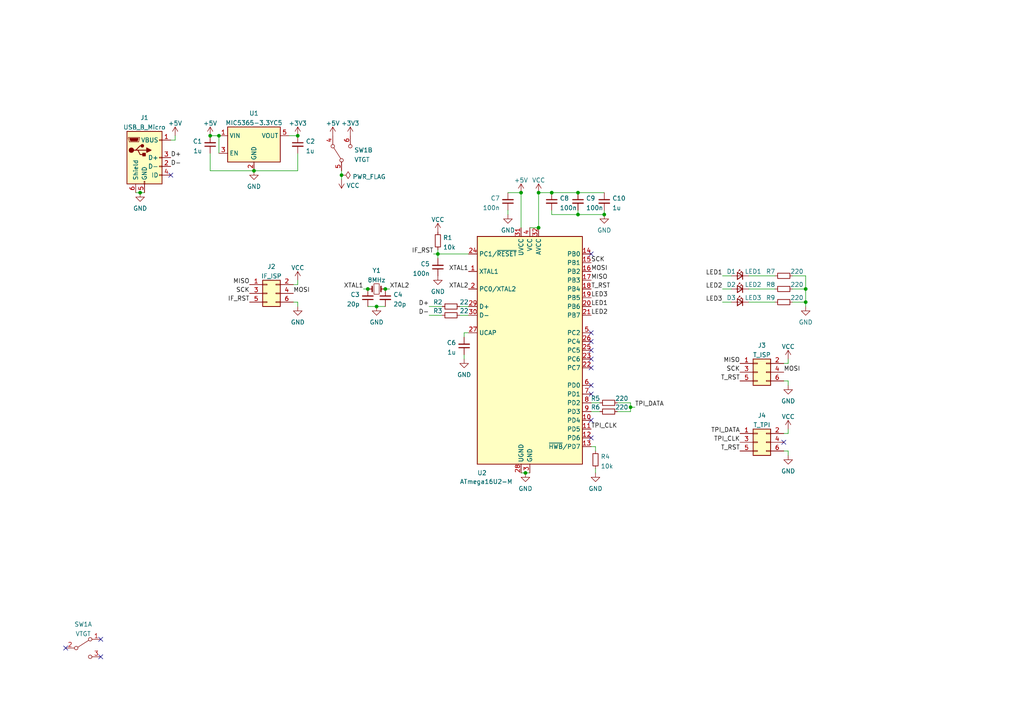
<source format=kicad_sch>
(kicad_sch (version 20211123) (generator eeschema)
  (paper "A4")
  (lib_symbols
    (symbol "Connector:USB_B_Micro" (pin_names (offset 1.016))
      (property "Reference" "J" (at -5.08 11.43 0))
      (property "Value" "USB_B_Micro" (at -5.08 8.89 0))
      (symbol "USB_B_Micro_0_1"
        (rectangle (start -5.08 -7.62) (end 5.08 7.62) (stroke (width 0.254)) (fill (type background)))
        (circle (center -3.81 2.159) (radius 0.635) (stroke (width 0.254)) (fill (type outline)))
        (circle (center -0.635 3.429) (radius 0.381) (stroke (width 0.254)) (fill (type outline)))
        (rectangle (start -0.127 -7.62) (end 0.127 -6.858))
        (polyline (pts (xy -1.905 2.159) (xy 0.635 2.159)) (stroke (width 0.254)))
        (polyline (pts (xy -3.175 2.159) (xy -2.54 2.159) (xy -1.27 3.429) (xy -0.635 3.429)) (stroke (width 0.254)))
        (polyline (pts (xy -2.54 2.159) (xy -1.905 2.159) (xy -1.27 0.889) (xy 0 0.889)) (stroke (width 0.254)))
        (polyline (pts (xy 0.635 2.794) (xy 0.635 1.524) (xy 1.905 2.159) (xy 0.635 2.794)) (stroke (width 0.254)) (fill (type outline)))
        (polyline (pts (xy -4.318 5.588) (xy -1.778 5.588) (xy -2.032 4.826) (xy -4.064 4.826) (xy -4.318 5.588)) (fill (type outline)))
        (polyline (pts (xy -4.699 5.842) (xy -4.699 5.588) (xy -4.445 4.826) (xy -4.445 4.572) (xy -1.651 4.572) (xy -1.651 4.826) (xy -1.397 5.588) (xy -1.397 5.842) (xy -4.699 5.842)))
        (rectangle (start 0.254 1.27) (end -0.508 0.508) (stroke (width 0.254)) (fill (type outline)))
        (rectangle (start 5.08 -5.207) (end 4.318 -4.953))
        (rectangle (start 5.08 -2.667) (end 4.318 -2.413))
        (rectangle (start 5.08 -0.127) (end 4.318 0.127))
        (rectangle (start 5.08 4.953) (end 4.318 5.207))
      )
      (symbol "USB_B_Micro_1_1"
        (pin power_out line (at 7.62 5.08 180) (length 2.54) (name "VBUS") (number "1"))
        (pin bidirectional line (at 7.62 -2.54 180) (length 2.54) (name "D-") (number "2"))
        (pin bidirectional line (at 7.62 0 180) (length 2.54) (name "D+") (number "3"))
        (pin passive line (at 7.62 -5.08 180) (length 2.54) (name "ID") (number "4"))
        (pin power_out line (at 0 -10.16 90) (length 2.54) (name "GND") (number "5"))
        (pin passive line (at -2.54 -10.16 90) (length 2.54) (name "Shield") (number "6"))
      )
    )
    (symbol "Connector_Generic:Conn_02x03_Odd_Even" (pin_names (offset 1.016) hide)
      (property "Reference" "J" (at 1.27 5.08 0))
      (property "Value" "Conn_02x03_Odd_Even" (at 1.27 -5.08 0))
      (symbol "Conn_02x03_Odd_Even_1_1"
        (rectangle (start -1.27 -2.413) (end 0 -2.667) (stroke (width 0.1524)))
        (rectangle (start -1.27 0.127) (end 0 -0.127) (stroke (width 0.1524)))
        (rectangle (start -1.27 2.667) (end 0 2.413) (stroke (width 0.1524)))
        (rectangle (start -1.27 3.81) (end 3.81 -3.81) (stroke (width 0.254)) (fill (type background)))
        (rectangle (start 3.81 -2.413) (end 2.54 -2.667) (stroke (width 0.1524)))
        (rectangle (start 3.81 0.127) (end 2.54 -0.127) (stroke (width 0.1524)))
        (rectangle (start 3.81 2.667) (end 2.54 2.413) (stroke (width 0.1524)))
        (pin passive line (at -5.08 2.54 0) (length 3.81) (name "Pin_1") (number "1"))
        (pin passive line (at 7.62 2.54 180) (length 3.81) (name "Pin_2") (number "2"))
        (pin passive line (at -5.08 0 0) (length 3.81) (name "Pin_3") (number "3"))
        (pin passive line (at 7.62 0 180) (length 3.81) (name "Pin_4") (number "4"))
        (pin passive line (at -5.08 -2.54 0) (length 3.81) (name "Pin_5") (number "5"))
        (pin passive line (at 7.62 -2.54 180) (length 3.81) (name "Pin_6") (number "6"))
      )
    )
    (symbol "Device:C_Small" (pin_numbers hide) (pin_names (offset 0.254) hide)
      (property "Reference" "C" (at 0.254 1.778 0))
      (property "Value" "C_Small" (at 0.254 -2.032 0))
      (symbol "C_Small_0_1"
        (polyline (pts (xy -1.524 -0.508) (xy 1.524 -0.508)) (stroke (width 0.3302)))
        (polyline (pts (xy -1.524 0.508) (xy 1.524 0.508)) (stroke (width 0.3048)))
      )
      (symbol "C_Small_1_1"
        (pin passive line (at 0 2.54 270) (length 2.032) (name "~") (number "1"))
        (pin passive line (at 0 -2.54 90) (length 2.032) (name "~") (number "2"))
      )
    )
    (symbol "Device:Crystal_Small" (pin_numbers hide) (pin_names (offset 1.016) hide)
      (property "Reference" "Y" (at 0 2.54 0))
      (property "Value" "Crystal_Small" (at 0 -2.54 0))
      (symbol "Crystal_Small_0_1"
        (rectangle (start -0.762 -1.524) (end 0.762 1.524))
        (polyline (pts (xy -1.27 -0.762) (xy -1.27 0.762)) (stroke (width 0.381)))
        (polyline (pts (xy 1.27 -0.762) (xy 1.27 0.762)) (stroke (width 0.381)))
      )
      (symbol "Crystal_Small_1_1"
        (pin passive line (at -2.54 0 0) (length 1.27) (name "1") (number "1"))
        (pin passive line (at 2.54 0 180) (length 1.27) (name "2") (number "2"))
      )
    )
    (symbol "Device:LED_Small" (pin_numbers hide) (pin_names (offset 0.254) hide)
      (property "Reference" "D" (at -1.27 3.175 0))
      (property "Value" "LED_Small" (at -4.445 -2.54 0))
      (symbol "LED_Small_0_1"
        (polyline (pts (xy -0.762 -1.016) (xy -0.762 1.016)) (stroke (width 0.254)))
        (polyline (pts (xy 1.016 0) (xy -0.762 0)))
        (polyline (pts (xy 0.762 -1.016) (xy -0.762 0) (xy 0.762 1.016) (xy 0.762 -1.016)) (stroke (width 0.254)))
        (polyline (pts (xy 0 0.762) (xy -0.508 1.27) (xy -0.254 1.27) (xy -0.508 1.27) (xy -0.508 1.016)))
        (polyline (pts (xy 0.508 1.27) (xy 0 1.778) (xy 0.254 1.778) (xy 0 1.778) (xy 0 1.524)))
      )
      (symbol "LED_Small_1_1"
        (pin passive line (at -2.54 0 0) (length 1.778) (name "K") (number "1"))
        (pin passive line (at 2.54 0 180) (length 1.778) (name "A") (number "2"))
      )
    )
    (symbol "Device:R_Small" (pin_numbers hide) (pin_names (offset 0.254) hide)
      (property "Reference" "R" (at 0.762 0.508 0))
      (property "Value" "R_Small" (at 0.762 -1.016 0))
      (symbol "R_Small_0_1"
        (rectangle (start -0.762 1.778) (end 0.762 -1.778) (stroke (width 0.2032)))
      )
      (symbol "R_Small_1_1"
        (pin passive line (at 0 2.54 270) (length 0.762) (name "~") (number "1"))
        (pin passive line (at 0 -2.54 90) (length 0.762) (name "~") (number "2"))
      )
    )
    (symbol "MCU_Microchip_ATmega:ATmega16U2-M"
      (property "Reference" "U" (at -15.24 34.29 0))
      (property "Value" "ATmega16U2-M" (at 2.54 -34.29 0))
      (symbol "ATmega16U2-M_0_1"
        (rectangle (start -15.24 -33.02) (end 15.24 33.02) (stroke (width 0.254)) (fill (type background)))
      )
      (symbol "ATmega16U2-M_1_1"
        (pin input line (at -17.78 22.86 0) (length 2.54) (name "XTAL1") (number "1"))
        (pin bidirectional line (at 17.78 -20.32 180) (length 2.54) (name "PD4") (number "10"))
        (pin bidirectional line (at 17.78 -22.86 180) (length 2.54) (name "PD5") (number "11"))
        (pin bidirectional line (at 17.78 -25.4 180) (length 2.54) (name "PD6") (number "12"))
        (pin bidirectional line (at 17.78 -27.94 180) (length 2.54) (name "~{HWB}/PD7") (number "13"))
        (pin bidirectional line (at 17.78 27.94 180) (length 2.54) (name "PB0") (number "14"))
        (pin bidirectional line (at 17.78 25.4 180) (length 2.54) (name "PB1") (number "15"))
        (pin bidirectional line (at 17.78 22.86 180) (length 2.54) (name "PB2") (number "16"))
        (pin bidirectional line (at 17.78 20.32 180) (length 2.54) (name "PB3") (number "17"))
        (pin bidirectional line (at 17.78 17.78 180) (length 2.54) (name "PB4") (number "18"))
        (pin bidirectional line (at 17.78 15.24 180) (length 2.54) (name "PB5") (number "19"))
        (pin bidirectional line (at -17.78 17.78 0) (length 2.54) (name "PC0/XTAL2") (number "2"))
        (pin bidirectional line (at 17.78 12.7 180) (length 2.54) (name "PB6") (number "20"))
        (pin bidirectional line (at 17.78 10.16 180) (length 2.54) (name "PB7") (number "21"))
        (pin bidirectional line (at 17.78 -5.08 180) (length 2.54) (name "PC7") (number "22"))
        (pin bidirectional line (at 17.78 -2.54 180) (length 2.54) (name "PC6") (number "23"))
        (pin bidirectional line (at -17.78 27.94 0) (length 2.54) (name "PC1/~{RESET}") (number "24"))
        (pin bidirectional line (at 17.78 0 180) (length 2.54) (name "PC5") (number "25"))
        (pin bidirectional line (at 17.78 2.54 180) (length 2.54) (name "PC4") (number "26"))
        (pin passive line (at -17.78 5.08 0) (length 2.54) (name "UCAP") (number "27"))
        (pin power_in line (at -2.54 -35.56 90) (length 2.54) (name "UGND") (number "28"))
        (pin bidirectional line (at -17.78 12.7 0) (length 2.54) (name "D+") (number "29"))
        (pin power_in line (at 0 -35.56 90) (length 2.54) (name "GND") (number "3"))
        (pin bidirectional line (at -17.78 10.16 0) (length 2.54) (name "D-") (number "30"))
        (pin power_in line (at -2.54 35.56 270) (length 2.54) (name "UVCC") (number "31"))
        (pin power_in line (at 2.54 35.56 270) (length 2.54) (name "AVCC") (number "32"))
        (pin passive line (at 0 -35.56 90) (length 2.54) hide (name "GND") (number "33"))
        (pin power_in line (at 0 35.56 270) (length 2.54) (name "VCC") (number "4"))
        (pin bidirectional line (at 17.78 5.08 180) (length 2.54) (name "PC2") (number "5"))
        (pin bidirectional line (at 17.78 -10.16 180) (length 2.54) (name "PD0") (number "6"))
        (pin bidirectional line (at 17.78 -12.7 180) (length 2.54) (name "PD1") (number "7"))
        (pin bidirectional line (at 17.78 -15.24 180) (length 2.54) (name "PD2") (number "8"))
        (pin bidirectional line (at 17.78 -17.78 180) (length 2.54) (name "PD3") (number "9"))
      )
    )
    (symbol "Regulator_Linear:MIC5365-3.3YC5"
      (property "Reference" "U" (at -6.35 6.35 0))
      (property "Value" "MIC5365-3.3YC5" (at 0 6.35 0))
      (symbol "MIC5365-3.3YC5_0_1"
        (rectangle (start -7.62 -5.08) (end 7.62 5.08) (stroke (width 0.254)) (fill (type background)))
      )
      (symbol "MIC5365-3.3YC5_1_1"
        (pin power_in line (at -10.16 2.54 0) (length 2.54) (name "VIN") (number "1"))
        (pin power_in line (at 0 -7.62 90) (length 2.54) (name "GND") (number "2"))
        (pin input line (at -10.16 -2.54 0) (length 2.54) (name "EN") (number "3"))
        (pin no_connect line (at 7.62 -2.54 180) (length 2.54) hide (name "NC") (number "4"))
        (pin power_out line (at 10.16 2.54 180) (length 2.54) (name "VOUT") (number "5"))
      )
    )
    (symbol "Switch:SW_DPDT_x2" (pin_names (offset 0) hide)
      (property "Reference" "SW" (at 0 4.318 0))
      (property "Value" "SW_DPDT_x2" (at 0 -5.08 0))
      (symbol "SW_DPDT_x2_0_0"
        (circle (center -2.032 0) (radius 0.508))
        (circle (center 2.032 -2.54) (radius 0.508))
      )
      (symbol "SW_DPDT_x2_0_1"
        (polyline (pts (xy -1.524 0.254) (xy 1.651 2.286)))
        (circle (center 2.032 2.54) (radius 0.508))
      )
      (symbol "SW_DPDT_x2_1_1"
        (pin passive line (at 5.08 2.54 180) (length 2.54) (name "A") (number "1"))
        (pin passive line (at -5.08 0 0) (length 2.54) (name "B") (number "2"))
        (pin passive line (at 5.08 -2.54 180) (length 2.54) (name "C") (number "3"))
      )
      (symbol "SW_DPDT_x2_2_1"
        (pin passive line (at 5.08 2.54 180) (length 2.54) (name "A") (number "4"))
        (pin passive line (at -5.08 0 0) (length 2.54) (name "B") (number "5"))
        (pin passive line (at 5.08 -2.54 180) (length 2.54) (name "C") (number "6"))
      )
    )
    (symbol "power:+3V3" (power) (pin_names (offset 0))
      (property "Value" "+3V3" (at 0 3.556 0))
      (symbol "+3V3_0_1"
        (polyline (pts (xy -0.762 1.27) (xy 0 2.54)))
        (polyline (pts (xy 0 0) (xy 0 2.54)))
        (polyline (pts (xy 0 2.54) (xy 0.762 1.27)))
      )
      (symbol "+3V3_1_1"
        (pin power_in line (at 0 0 90) (length 0) hide (name "+3V3") (number "1"))
      )
    )
    (symbol "power:+5V" (power) (pin_names (offset 0))
      (property "Value" "+5V" (at 0 3.556 0))
      (symbol "+5V_0_1"
        (polyline (pts (xy -0.762 1.27) (xy 0 2.54)))
        (polyline (pts (xy 0 0) (xy 0 2.54)))
        (polyline (pts (xy 0 2.54) (xy 0.762 1.27)))
      )
      (symbol "+5V_1_1"
        (pin power_in line (at 0 0 90) (length 0) hide (name "+5V") (number "1"))
      )
    )
    (symbol "power:GND" (power) (pin_names (offset 0))
      (property "Value" "GND" (at 0 -3.81 0))
      (symbol "GND_0_1"
        (polyline (pts (xy 0 0) (xy 0 -1.27) (xy 1.27 -1.27) (xy 0 -2.54) (xy -1.27 -1.27) (xy 0 -1.27)))
      )
      (symbol "GND_1_1"
        (pin power_in line (at 0 0 270) (length 0) hide (name "GND") (number "1"))
      )
    )
    (symbol "power:PWR_FLAG" (power) (pin_numbers hide) (pin_names (offset 0) hide)
      (property "Value" "PWR_FLAG" (at 0 3.81 0))
      (symbol "PWR_FLAG_0_0"
        (pin power_out line (at 0 0 90) (length 0) (name "pwr") (number "1"))
      )
      (symbol "PWR_FLAG_0_1"
        (polyline (pts (xy 0 0) (xy 0 1.27) (xy -1.016 1.905) (xy 0 2.54) (xy 1.016 1.905) (xy 0 1.27)))
      )
    )
    (symbol "power:VCC" (power) (pin_names (offset 0))
      (property "Value" "VCC" (at 0 3.81 0))
      (symbol "VCC_0_1"
        (polyline (pts (xy -0.762 1.27) (xy 0 2.54)))
        (polyline (pts (xy 0 0) (xy 0 2.54)))
        (polyline (pts (xy 0 2.54) (xy 0.762 1.27)))
      )
      (symbol "VCC_1_1"
        (pin power_in line (at 0 0 90) (length 0) hide (name "VCC") (number "1"))
      )
    )
  )
  (junction (at 106.68 83.82))
  (junction (at 233.68 87.63))
  (junction (at 60.96 39.37))
  (junction (at 175.26 62.23))
  (junction (at 40.64 55.88))
  (junction (at 111.76 83.82))
  (junction (at 156.21 66.04))
  (junction (at 160.02 55.88))
  (junction (at 156.21 55.88))
  (junction (at 99.06 50.8))
  (junction (at 73.66 49.53))
  (junction (at 109.22 88.9))
  (junction (at 86.36 39.37))
  (junction (at 63.5 39.37))
  (junction (at 167.64 55.88))
  (junction (at 233.68 83.82))
  (junction (at 151.13 55.88))
  (junction (at 167.64 62.23))
  (junction (at 127 73.66))
  (junction (at 152.4 137.16))
  (junction (at 182.88 118.11))
  (no_connect (at 49.53 50.8))
  (no_connect (at 19.05 187.96))
  (no_connect (at 29.21 190.5))
  (no_connect (at 29.21 185.42))
  (no_connect (at 227.33 128.27))
  (no_connect (at 171.45 73.66))
  (no_connect (at 171.45 121.92))
  (no_connect (at 171.45 127))
  (no_connect (at 171.45 111.76))
  (no_connect (at 171.45 114.3))
  (no_connect (at 171.45 96.52))
  (no_connect (at 171.45 99.06))
  (no_connect (at 171.45 101.6))
  (no_connect (at 171.45 104.14))
  (no_connect (at 171.45 106.68))
  (wire (pts (xy 133.35 88.9) (xy 135.89 88.9)))
  (wire (pts (xy 209.55 87.63) (xy 212.09 87.63)))
  (wire (pts (xy 182.88 118.11) (xy 184.15 118.11)))
  (wire (pts (xy 60.96 49.53) (xy 73.66 49.53)))
  (wire (pts (xy 73.66 49.53) (xy 86.36 49.53)))
  (wire (pts (xy 182.88 116.84) (xy 182.88 118.11)))
  (wire (pts (xy 217.17 83.82) (xy 224.79 83.82)))
  (wire (pts (xy 106.68 88.9) (xy 109.22 88.9)))
  (wire (pts (xy 85.09 82.55) (xy 86.36 82.55)))
  (wire (pts (xy 151.13 137.16) (xy 152.4 137.16)))
  (wire (pts (xy 167.64 62.23) (xy 175.26 62.23)))
  (wire (pts (xy 135.89 73.66) (xy 127 73.66)))
  (wire (pts (xy 160.02 62.23) (xy 167.64 62.23)))
  (wire (pts (xy 171.45 116.84) (xy 173.99 116.84)))
  (wire (pts (xy 153.67 66.04) (xy 156.21 66.04)))
  (wire (pts (xy 63.5 39.37) (xy 63.5 44.45)))
  (wire (pts (xy 127 73.66) (xy 127 74.93)))
  (wire (pts (xy 124.46 91.44) (xy 128.27 91.44)))
  (wire (pts (xy 227.33 130.81) (xy 228.6 130.81)))
  (wire (pts (xy 233.68 83.82) (xy 233.68 87.63)))
  (wire (pts (xy 111.76 83.82) (xy 113.03 83.82)))
  (wire (pts (xy 86.36 87.63) (xy 86.36 88.9)))
  (wire (pts (xy 83.82 39.37) (xy 86.36 39.37)))
  (wire (pts (xy 172.72 135.89) (xy 172.72 137.16)))
  (wire (pts (xy 133.35 91.44) (xy 135.89 91.44)))
  (wire (pts (xy 109.22 88.9) (xy 111.76 88.9)))
  (wire (pts (xy 124.46 88.9) (xy 128.27 88.9)))
  (wire (pts (xy 134.62 96.52) (xy 135.89 96.52)))
  (wire (pts (xy 228.6 110.49) (xy 228.6 111.76)))
  (wire (pts (xy 229.87 87.63) (xy 233.68 87.63)))
  (wire (pts (xy 182.88 119.38) (xy 182.88 118.11)))
  (wire (pts (xy 167.64 55.88) (xy 175.26 55.88)))
  (wire (pts (xy 228.6 125.73) (xy 228.6 124.46)))
  (wire (pts (xy 156.21 55.88) (xy 156.21 66.04)))
  (wire (pts (xy 228.6 105.41) (xy 228.6 104.14)))
  (wire (pts (xy 105.41 83.82) (xy 106.68 83.82)))
  (wire (pts (xy 167.64 60.96) (xy 167.64 62.23)))
  (wire (pts (xy 179.07 116.84) (xy 182.88 116.84)))
  (wire (pts (xy 172.72 129.54) (xy 172.72 130.81)))
  (wire (pts (xy 228.6 130.81) (xy 228.6 132.08)))
  (wire (pts (xy 127 73.66) (xy 127 72.39)))
  (wire (pts (xy 217.17 87.63) (xy 224.79 87.63)))
  (wire (pts (xy 175.26 60.96) (xy 175.26 62.23)))
  (wire (pts (xy 49.53 40.64) (xy 50.8 40.64)))
  (wire (pts (xy 229.87 80.01) (xy 233.68 80.01)))
  (wire (pts (xy 227.33 105.41) (xy 228.6 105.41)))
  (wire (pts (xy 209.55 83.82) (xy 212.09 83.82)))
  (wire (pts (xy 99.06 50.8) (xy 99.06 49.53)))
  (wire (pts (xy 85.09 87.63) (xy 86.36 87.63)))
  (wire (pts (xy 125.73 73.66) (xy 127 73.66)))
  (wire (pts (xy 86.36 49.53) (xy 86.36 44.45)))
  (wire (pts (xy 134.62 102.87) (xy 134.62 104.14)))
  (wire (pts (xy 160.02 55.88) (xy 167.64 55.88)))
  (wire (pts (xy 134.62 97.79) (xy 134.62 96.52)))
  (wire (pts (xy 147.32 55.88) (xy 151.13 55.88)))
  (wire (pts (xy 86.36 82.55) (xy 86.36 81.28)))
  (wire (pts (xy 179.07 119.38) (xy 182.88 119.38)))
  (wire (pts (xy 227.33 110.49) (xy 228.6 110.49)))
  (wire (pts (xy 209.55 80.01) (xy 212.09 80.01)))
  (wire (pts (xy 152.4 137.16) (xy 153.67 137.16)))
  (wire (pts (xy 233.68 87.63) (xy 233.68 88.9)))
  (wire (pts (xy 171.45 129.54) (xy 172.72 129.54)))
  (wire (pts (xy 39.37 55.88) (xy 40.64 55.88)))
  (wire (pts (xy 217.17 80.01) (xy 224.79 80.01)))
  (wire (pts (xy 60.96 44.45) (xy 60.96 49.53)))
  (wire (pts (xy 156.21 55.88) (xy 160.02 55.88)))
  (wire (pts (xy 147.32 62.23) (xy 147.32 60.96)))
  (wire (pts (xy 233.68 80.01) (xy 233.68 83.82)))
  (wire (pts (xy 99.06 52.07) (xy 99.06 50.8)))
  (wire (pts (xy 229.87 83.82) (xy 233.68 83.82)))
  (wire (pts (xy 50.8 40.64) (xy 50.8 39.37)))
  (wire (pts (xy 60.96 39.37) (xy 63.5 39.37)))
  (wire (pts (xy 171.45 119.38) (xy 173.99 119.38)))
  (wire (pts (xy 151.13 55.88) (xy 151.13 66.04)))
  (wire (pts (xy 160.02 60.96) (xy 160.02 62.23)))
  (wire (pts (xy 227.33 125.73) (xy 228.6 125.73)))
  (wire (pts (xy 40.64 55.88) (xy 41.91 55.88)))
  (label "IF_RST" (at 125.73 73.66 180))
  (label "TPI_DATA" (at 214.63 125.73 180))
  (label "LED2" (at 171.45 91.44 0))
  (label "MOSI" (at 171.45 78.74 0))
  (label "D+" (at 49.53 45.72 0))
  (label "LED3" (at 171.45 86.36 0))
  (label "SCK" (at 171.45 76.2 0))
  (label "MISO" (at 72.39 82.55 180))
  (label "IF_RST" (at 72.39 87.63 180))
  (label "SCK" (at 214.63 107.95 180))
  (label "LED1" (at 171.45 88.9 0))
  (label "D+" (at 124.46 88.9 180))
  (label "MISO" (at 214.63 105.41 180))
  (label "TPI_CLK" (at 171.45 124.46 0))
  (label "XTAL2" (at 135.89 83.82 180))
  (label "MOSI" (at 85.09 85.09 0))
  (label "D-" (at 124.46 91.44 180))
  (label "TPI_CLK" (at 214.63 128.27 180))
  (label "SCK" (at 72.39 85.09 180))
  (label "LED1" (at 209.55 80.01 180))
  (label "MISO" (at 171.45 81.28 0))
  (label "T_RST" (at 214.63 110.49 180))
  (label "T_RST" (at 214.63 130.81 180))
  (label "LED2" (at 209.55 83.82 180))
  (label "TPI_DATA" (at 184.15 118.11 0))
  (label "XTAL2" (at 113.03 83.82 0))
  (label "XTAL1" (at 135.89 78.74 180))
  (label "D-" (at 49.53 48.26 0))
  (label "XTAL1" (at 105.41 83.82 180))
  (label "MOSI" (at 227.33 107.95 0))
  (label "T_RST" (at 171.45 83.82 0))
  (label "LED3" (at 209.55 87.63 180))
  (symbol (lib_id "Device:R_Small") (at 130.81 91.44 90) (unit 1)
    (property "Reference" "R3" (at 127 90.17 90))
    (property "Value" "22" (at 134.62 90.17 90))
    (property "Footprint" "Resistor_SMD:R_0603_1608Metric" (effects hide))
  )
  (symbol (lib_id "power:GND") (at 127 80.01 0) (unit 1)
    (property "Reference" "#PWR013" (effects hide))
    (property "Value" "GND" (at 127 84.5725 0))
  )
  (symbol (lib_id "Connector_Generic:Conn_02x03_Odd_Even") (at 77.47 85.09 0) (unit 1)
    (property "Reference" "J2" (at 78.74 77.3135 0))
    (property "Value" "IF_ISP" (at 78.74 80.0886 0))
    (property "Footprint" "Connector:Tag-Connect_TC2030-IDC-NL_2x03_P1.27mm_Vertical" (effects hide))
  )
  (symbol (lib_id "Device:R_Small") (at 127 69.85 0) (unit 1)
    (property "Reference" "R1" (at 128.4986 68.9415 0) (effects (justify left)))
    (property "Value" "10k" (at 128.4986 71.7166 0) (effects (justify left)))
    (property "Footprint" "Resistor_SMD:R_0603_1608Metric" (effects hide))
  )
  (symbol (lib_id "Device:C_Small") (at 175.26 58.42 0) (mirror y) (unit 1)
    (property "Reference" "C10" (at 177.5841 57.5178 0) (effects (justify right)))
    (property "Value" "1u" (at 177.5841 60.2929 0) (effects (justify right)))
    (property "Footprint" "Capacitor_SMD:C_0603_1608Metric" (effects hide))
  )
  (symbol (lib_id "Device:C_Small") (at 134.62 100.33 0) (mirror x) (unit 1)
    (property "Reference" "C6" (at 132.2959 99.4151 0) (effects (justify right)))
    (property "Value" "1u" (at 132.2959 102.1902 0) (effects (justify right)))
    (property "Footprint" "Capacitor_SMD:C_0603_1608Metric" (effects hide))
  )
  (symbol (lib_id "power:+3V3") (at 86.36 39.37 0) (unit 1)
    (property "Reference" "#PWR05" (effects hide))
    (property "Value" "+3V3" (at 86.36 35.7655 0))
  )
  (symbol (lib_id "power:GND") (at 73.66 49.53 0) (unit 1)
    (property "Reference" "#PWR04" (effects hide))
    (property "Value" "GND" (at 73.66 54.0925 0))
  )
  (symbol (lib_id "power:GND") (at 86.36 88.9 0) (unit 1)
    (property "Reference" "#PWR07" (effects hide))
    (property "Value" "GND" (at 86.36 93.4625 0))
  )
  (symbol (lib_id "Device:C_Small") (at 106.68 86.36 0) (mirror x) (unit 1)
    (property "Reference" "C3" (at 104.356 85.4451 0) (effects (justify right)))
    (property "Value" "20p" (at 104.356 88.2202 0) (effects (justify right)))
    (property "Footprint" "Capacitor_SMD:C_0603_1608Metric" (effects hide))
  )
  (symbol (lib_id "Regulator_Linear:MIC5365-3.3YC5") (at 73.66 41.91 0) (unit 1)
    (property "Reference" "U1" (at 73.66 32.8635 0))
    (property "Value" "MIC5365-3.3YC5" (at 73.66 35.6386 0))
    (property "Footprint" "Package_TO_SOT_SMD:SOT-353_SC-70-5" (effects hide))
    (property "Datasheet" "http://ww1.microchip.com/downloads/en/DeviceDoc/mic5365.pdf" (effects hide))
  )
  (symbol (lib_id "power:VCC") (at 228.6 124.46 0) (unit 1)
    (property "Reference" "#PWR023" (effects hide))
    (property "Value" "VCC" (at 228.6 120.8555 0))
  )
  (symbol (lib_id "Device:C_Small") (at 111.76 86.36 0) (unit 1)
    (property "Reference" "C4" (at 114.0841 85.4578 0) (effects (justify left)))
    (property "Value" "20p" (at 114.0841 88.2329 0) (effects (justify left)))
    (property "Footprint" "Capacitor_SMD:C_0603_1608Metric" (effects hide))
  )
  (symbol (lib_id "power:VCC") (at 127 67.31 0) (unit 1)
    (property "Reference" "#PWR012" (effects hide))
    (property "Value" "VCC" (at 127 63.7055 0))
  )
  (symbol (lib_id "Device:C_Small") (at 127 77.47 0) (mirror x) (unit 1)
    (property "Reference" "C5" (at 124.6759 76.5551 0) (effects (justify right)))
    (property "Value" "100n" (at 124.6759 79.3302 0) (effects (justify right)))
    (property "Footprint" "Capacitor_SMD:C_0603_1608Metric" (effects hide))
  )
  (symbol (lib_id "power:GND") (at 233.68 88.9 0) (unit 1)
    (property "Reference" "#PWR025" (effects hide))
    (property "Value" "GND" (at 233.68 93.4625 0))
  )
  (symbol (lib_id "power:GND") (at 228.6 111.76 0) (unit 1)
    (property "Reference" "#PWR022" (effects hide))
    (property "Value" "GND" (at 228.6 116.3225 0))
  )
  (symbol (lib_id "Device:LED_Small") (at 214.63 80.01 0) (mirror y) (unit 1)
    (property "Reference" "D1" (at 212.09 78.74 0))
    (property "Value" "LED1" (at 218.44 78.74 0))
    (property "Footprint" "LED_SMD:LED_0603_1608Metric" (effects hide))
  )
  (symbol (lib_id "Device:C_Small") (at 60.96 41.91 0) (mirror x) (unit 1)
    (property "Reference" "C1" (at 58.6359 40.9951 0) (effects (justify right)))
    (property "Value" "1u" (at 58.6359 43.7702 0) (effects (justify right)))
    (property "Footprint" "Capacitor_SMD:C_0603_1608Metric" (effects hide))
  )
  (symbol (lib_id "power:GND") (at 152.4 137.16 0) (unit 1)
    (property "Reference" "#PWR017" (effects hide))
    (property "Value" "GND" (at 152.4 141.7225 0))
  )
  (symbol (lib_id "power:+3V3") (at 101.6 39.37 0) (unit 1)
    (property "Reference" "#PWR010" (effects hide))
    (property "Value" "+3V3" (at 101.6 35.7655 0))
  )
  (symbol (lib_id "power:VCC") (at 228.6 104.14 0) (unit 1)
    (property "Reference" "#PWR021" (effects hide))
    (property "Value" "VCC" (at 228.6 100.5355 0))
  )
  (symbol (lib_id "power:GND") (at 172.72 137.16 0) (unit 1)
    (property "Reference" "#PWR019" (effects hide))
    (property "Value" "GND" (at 172.72 141.7225 0))
  )
  (symbol (lib_id "Device:R_Small") (at 176.53 119.38 90) (unit 1)
    (property "Reference" "R6" (at 172.72 118.11 90))
    (property "Value" "220" (at 180.34 118.11 90))
    (property "Footprint" "Resistor_SMD:R_0603_1608Metric" (effects hide))
  )
  (symbol (lib_id "power:GND") (at 228.6 132.08 0) (unit 1)
    (property "Reference" "#PWR024" (effects hide))
    (property "Value" "GND" (at 228.6 136.6425 0))
  )
  (symbol (lib_id "Device:C_Small") (at 147.32 58.42 0) (mirror x) (unit 1)
    (property "Reference" "C7" (at 144.9959 57.5051 0) (effects (justify right)))
    (property "Value" "100n" (at 144.9959 60.2802 0) (effects (justify right)))
    (property "Footprint" "Capacitor_SMD:C_0603_1608Metric" (effects hide))
  )
  (symbol (lib_id "power:VCC") (at 156.21 55.88 0) (unit 1)
    (property "Reference" "#PWR018" (effects hide))
    (property "Value" "VCC" (at 156.21 52.2755 0))
  )
  (symbol (lib_id "Device:C_Small") (at 86.36 41.91 0) (mirror y) (unit 1)
    (property "Reference" "C2" (at 88.6841 41.0078 0) (effects (justify right)))
    (property "Value" "1u" (at 88.6841 43.7829 0) (effects (justify right)))
    (property "Footprint" "Capacitor_SMD:C_0603_1608Metric" (effects hide))
  )
  (symbol (lib_id "power:GND") (at 175.26 62.23 0) (unit 1)
    (property "Reference" "#PWR020" (effects hide))
    (property "Value" "GND" (at 175.26 66.7925 0))
  )
  (symbol (lib_id "Switch:SW_DPDT_x2") (at 24.13 187.96 0) (unit 1)
    (property "Reference" "SW1" (at 24.13 181.0725 0))
    (property "Value" "VTGT" (at 24.13 183.8476 0))
    (property "Footprint" "Button_Switch_THT:SW_CuK_JS202011CQN_DPDT_Straight" (effects hide))
  )
  (symbol (lib_id "power:GND") (at 109.22 88.9 0) (unit 1)
    (property "Reference" "#PWR011" (effects hide))
    (property "Value" "GND" (at 109.22 93.4625 0))
  )
  (symbol (lib_id "Device:R_Small") (at 130.81 88.9 90) (unit 1)
    (property "Reference" "R2" (at 127 87.63 90))
    (property "Value" "22" (at 134.62 87.63 90))
    (property "Footprint" "Resistor_SMD:R_0603_1608Metric" (effects hide))
  )
  (symbol (lib_id "power:PWR_FLAG") (at 99.06 50.8 270) (unit 1)
    (property "Reference" "#FLG01" (effects hide))
    (property "Value" "PWR_FLAG" (at 102.235 51.279 90) (effects (justify left)))
  )
  (symbol (lib_id "Switch:SW_DPDT_x2") (at 99.06 44.45 90) (unit 2)
    (property "Reference" "SW1" (at 102.743 43.5415 90) (effects (justify right)))
    (property "Value" "VTGT" (at 102.743 46.3166 90) (effects (justify right)))
    (property "Footprint" "Button_Switch_THT:SW_CuK_JS202011CQN_DPDT_Straight" (effects hide))
  )
  (symbol (lib_id "power:+5V") (at 50.8 39.37 0) (unit 1)
    (property "Reference" "#PWR02" (effects hide))
    (property "Value" "+5V" (at 50.8 35.7655 0))
  )
  (symbol (lib_id "Device:C_Small") (at 160.02 58.42 0) (unit 1)
    (property "Reference" "C8" (at 162.3441 57.5178 0) (effects (justify left)))
    (property "Value" "100n" (at 162.3441 60.2929 0) (effects (justify left)))
    (property "Footprint" "Capacitor_SMD:C_0603_1608Metric" (effects hide))
  )
  (symbol (lib_id "Device:R_Small") (at 176.53 116.84 90) (unit 1)
    (property "Reference" "R5" (at 172.72 115.57 90))
    (property "Value" "220" (at 180.34 115.57 90))
    (property "Footprint" "Resistor_SMD:R_0603_1608Metric" (effects hide))
  )
  (symbol (lib_id "Device:R_Small") (at 172.72 133.35 0) (unit 1)
    (property "Reference" "R4" (at 174.2186 132.4415 0) (effects (justify left)))
    (property "Value" "10k" (at 174.2186 135.2166 0) (effects (justify left)))
    (property "Footprint" "Resistor_SMD:R_0603_1608Metric" (effects hide))
  )
  (symbol (lib_id "power:+5V") (at 60.96 39.37 0) (unit 1)
    (property "Reference" "#PWR03" (effects hide))
    (property "Value" "+5V" (at 60.96 35.7655 0))
  )
  (symbol (lib_id "MCU_Microchip_ATmega:ATmega16U2-M") (at 153.67 101.6 0) (unit 1)
    (property "Reference" "U2" (at 138.43 137.16 0) (effects (justify left)))
    (property "Value" "ATmega16U2-M" (at 133.35 139.7 0) (effects (justify left)))
    (property "Footprint" "Package_DFN_QFN:QFN-32-1EP_5x5mm_P0.5mm_EP3.1x3.1mm" (effects hide))
    (property "Datasheet" "http://ww1.microchip.com/downloads/en/DeviceDoc/doc7799.pdf" (effects hide))
  )
  (symbol (lib_id "power:+5V") (at 96.52 39.37 0) (unit 1)
    (property "Reference" "#PWR08" (effects hide))
    (property "Value" "+5V" (at 96.52 35.7655 0))
  )
  (symbol (lib_id "power:GND") (at 134.62 104.14 0) (unit 1)
    (property "Reference" "#PWR014" (effects hide))
    (property "Value" "GND" (at 134.62 108.7025 0))
  )
  (symbol (lib_id "Device:LED_Small") (at 214.63 87.63 0) (mirror y) (unit 1)
    (property "Reference" "D3" (at 212.09 86.36 0))
    (property "Value" "LED3" (at 218.44 86.36 0))
    (property "Footprint" "LED_SMD:LED_0603_1608Metric" (effects hide))
  )
  (symbol (lib_id "Device:R_Small") (at 227.33 83.82 90) (unit 1)
    (property "Reference" "R8" (at 223.52 82.55 90))
    (property "Value" "220" (at 231.14 82.55 90))
    (property "Footprint" "Resistor_SMD:R_0603_1608Metric" (effects hide))
  )
  (symbol (lib_id "Device:R_Small") (at 227.33 80.01 90) (unit 1)
    (property "Reference" "R7" (at 223.52 78.74 90))
    (property "Value" "220" (at 231.14 78.74 90))
    (property "Footprint" "Resistor_SMD:R_0603_1608Metric" (effects hide))
  )
  (symbol (lib_id "power:VCC") (at 86.36 81.28 0) (unit 1)
    (property "Reference" "#PWR06" (effects hide))
    (property "Value" "VCC" (at 86.36 77.6755 0))
  )
  (symbol (lib_id "Connector:USB_B_Micro") (at 41.91 45.72 0) (unit 1)
    (property "Reference" "J1" (at 41.91 34.1335 0))
    (property "Value" "USB_B_Micro" (at 41.91 36.9086 0))
    (property "Footprint" "extraparts:USB_Micro-B_U254-05" (effects hide))
  )
  (symbol (lib_id "Connector_Generic:Conn_02x03_Odd_Even") (at 219.71 107.95 0) (unit 1)
    (property "Reference" "J3" (at 220.98 100.1735 0))
    (property "Value" "T_ISP" (at 220.98 102.9486 0))
    (property "Footprint" "Connector_PinHeader_2.54mm:PinHeader_2x03_P2.54mm_Vertical" (effects hide))
  )
  (symbol (lib_id "Device:R_Small") (at 227.33 87.63 90) (unit 1)
    (property "Reference" "R9" (at 223.52 86.36 90))
    (property "Value" "220" (at 231.14 86.36 90))
    (property "Footprint" "Resistor_SMD:R_0603_1608Metric" (effects hide))
  )
  (symbol (lib_id "power:GND") (at 40.64 55.88 0) (unit 1)
    (property "Reference" "#PWR01" (effects hide))
    (property "Value" "GND" (at 40.64 60.4425 0))
  )
  (symbol (lib_id "power:GND") (at 147.32 62.23 0) (unit 1)
    (property "Reference" "#PWR015" (effects hide))
    (property "Value" "GND" (at 147.32 66.7925 0))
  )
  (symbol (lib_id "Device:C_Small") (at 167.64 58.42 0) (unit 1)
    (property "Reference" "C9" (at 169.9641 57.5178 0) (effects (justify left)))
    (property "Value" "100n" (at 169.9641 60.2929 0) (effects (justify left)))
    (property "Footprint" "Capacitor_SMD:C_0603_1608Metric" (effects hide))
  )
  (symbol (lib_id "Device:Crystal_Small") (at 109.22 83.82 0) (unit 1)
    (property "Reference" "Y1" (at 109.22 78.4565 0))
    (property "Value" "8MHz" (at 109.22 81.2316 0))
    (property "Footprint" "Crystal:Crystal_SMD_5032-2Pin_5.0x3.2mm" (effects hide))
  )
  (symbol (lib_id "power:+5V") (at 151.13 55.88 0) (unit 1)
    (property "Reference" "#PWR016" (effects hide))
    (property "Value" "+5V" (at 151.13 52.2755 0))
  )
  (symbol (lib_id "Device:LED_Small") (at 214.63 83.82 0) (mirror y) (unit 1)
    (property "Reference" "D2" (at 212.09 82.55 0))
    (property "Value" "LED2" (at 218.44 82.55 0))
    (property "Footprint" "LED_SMD:LED_0603_1608Metric" (effects hide))
  )
  (symbol (lib_id "power:VCC") (at 99.06 52.07 180) (unit 1)
    (property "Reference" "#PWR09" (effects hide))
    (property "Value" "VCC" (at 100.457 53.819 0) (effects (justify right)))
  )
  (symbol (lib_id "Connector_Generic:Conn_02x03_Odd_Even") (at 219.71 128.27 0) (unit 1)
    (property "Reference" "J4" (at 220.98 120.4935 0))
    (property "Value" "T_TPI" (at 220.98 123.2686 0))
    (property "Footprint" "Connector_PinHeader_2.54mm:PinHeader_2x03_P2.54mm_Vertical" (effects hide))
  )
)
</source>
